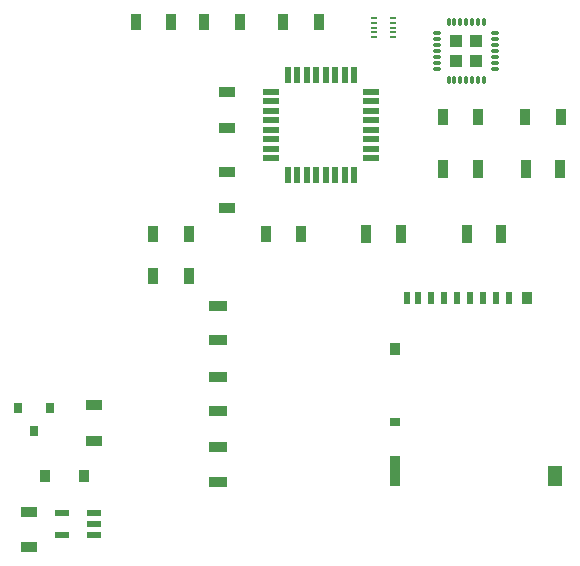
<source format=gtp>
G04 #@! TF.FileFunction,Paste,Top*
%FSLAX46Y46*%
G04 Gerber Fmt 4.6, Leading zero omitted, Abs format (unit mm)*
G04 Created by KiCad (PCBNEW 4.0.7) date Sat Jan 27 20:56:11 2018*
%MOMM*%
%LPD*%
G01*
G04 APERTURE LIST*
%ADD10C,0.100000*%
%ADD11R,0.810000X1.080000*%
%ADD12R,0.630000X0.225000*%
%ADD13O,0.765000X0.270000*%
%ADD14O,0.270000X0.765000*%
%ADD15R,1.005000X1.005000*%
%ADD16R,1.530000X0.810000*%
%ADD17R,0.630000X1.080000*%
%ADD18R,0.900000X1.080000*%
%ADD19R,0.900000X0.720000*%
%ADD20R,0.900000X2.520000*%
%ADD21R,1.170000X1.710000*%
%ADD22R,0.810000X1.530000*%
%ADD23R,1.188720X0.502920*%
%ADD24R,0.900000X1.440000*%
%ADD25R,1.440000X0.900000*%
%ADD26R,0.495000X1.440000*%
%ADD27R,1.440000X0.495000*%
%ADD28R,0.720000X0.810000*%
G04 APERTURE END LIST*
D10*
D11*
X97850000Y-103500000D03*
X101150000Y-103500000D03*
D12*
X127300000Y-66300000D03*
X127300000Y-65900000D03*
X127300000Y-65500000D03*
X127300000Y-65100000D03*
X127300000Y-64700000D03*
X125700000Y-64700000D03*
X125700000Y-65100000D03*
X125700000Y-65500000D03*
X125700000Y-65900000D03*
X125700000Y-66300000D03*
D13*
X131050000Y-66000000D03*
X131050000Y-66500000D03*
X131050000Y-67000000D03*
X131050000Y-67500000D03*
X131050000Y-68000000D03*
X131050000Y-68500000D03*
X131050000Y-69000000D03*
D14*
X132000000Y-69950000D03*
X132500000Y-69950000D03*
X133000000Y-69950000D03*
X133500000Y-69950000D03*
X134000000Y-69950000D03*
X134500000Y-69950000D03*
X135000000Y-69950000D03*
D13*
X135950000Y-69000000D03*
X135950000Y-68500000D03*
X135950000Y-68000000D03*
X135950000Y-67500000D03*
X135950000Y-67000000D03*
X135950000Y-66500000D03*
X135950000Y-66000000D03*
D14*
X135000000Y-65050000D03*
X134500000Y-65050000D03*
X134000000Y-65050000D03*
X133500000Y-65050000D03*
X133000000Y-65050000D03*
X132500000Y-65050000D03*
X132000000Y-65050000D03*
D15*
X134337500Y-68337500D03*
X134337500Y-66662500D03*
X132662500Y-68337500D03*
X132662500Y-66662500D03*
D16*
X112500000Y-97950000D03*
X112500000Y-95050000D03*
X112500000Y-91950000D03*
X112500000Y-89050000D03*
D17*
X137100000Y-88400000D03*
X136000000Y-88400000D03*
X134900000Y-88400000D03*
X133800000Y-88400000D03*
X132700000Y-88400000D03*
X131600000Y-88400000D03*
X130500000Y-88400000D03*
X129400000Y-88400000D03*
X128450000Y-88400000D03*
D18*
X138650000Y-88400000D03*
X127500000Y-92700000D03*
D19*
X127500000Y-98900000D03*
D20*
X127500000Y-103050000D03*
D21*
X141000000Y-103500000D03*
D22*
X127950000Y-83000000D03*
X125050000Y-83000000D03*
D16*
X112500000Y-103950000D03*
X112500000Y-101050000D03*
D22*
X131550000Y-77500000D03*
X134450000Y-77500000D03*
X133550000Y-83000000D03*
X136450000Y-83000000D03*
X141450000Y-77500000D03*
X138550000Y-77500000D03*
D23*
X101999600Y-108499800D03*
X101999600Y-107560000D03*
X101999600Y-106620200D03*
X99256400Y-106620200D03*
X99256400Y-108499800D03*
D24*
X119500000Y-83000000D03*
X116500000Y-83000000D03*
D25*
X96500000Y-106500000D03*
X96500000Y-109500000D03*
X102000000Y-100500000D03*
X102000000Y-97500000D03*
D24*
X110000000Y-83000000D03*
X107000000Y-83000000D03*
X107000000Y-86500000D03*
X110000000Y-86500000D03*
D25*
X113250000Y-77750000D03*
X113250000Y-80750000D03*
D24*
X118000000Y-65000000D03*
X121000000Y-65000000D03*
X131500000Y-73100000D03*
X134500000Y-73100000D03*
X138500000Y-73100000D03*
X141500000Y-73100000D03*
D25*
X113250000Y-74000000D03*
X113250000Y-71000000D03*
D24*
X108500000Y-65000000D03*
X105500000Y-65000000D03*
X114300000Y-65000000D03*
X111300000Y-65000000D03*
D26*
X124000000Y-69500000D03*
X123200000Y-69500000D03*
X122400000Y-69500000D03*
X121600000Y-69500000D03*
X120800000Y-69500000D03*
X120000000Y-69500000D03*
X119200000Y-69500000D03*
X118400000Y-69500000D03*
D27*
X116950000Y-70950000D03*
X116950000Y-71750000D03*
X116950000Y-72550000D03*
X116950000Y-73350000D03*
X116950000Y-74150000D03*
X116950000Y-74950000D03*
X116950000Y-75750000D03*
X116950000Y-76550000D03*
D26*
X118400000Y-78000000D03*
X119200000Y-78000000D03*
X120000000Y-78000000D03*
X120800000Y-78000000D03*
X121600000Y-78000000D03*
X122400000Y-78000000D03*
X123200000Y-78000000D03*
X124000000Y-78000000D03*
D27*
X125450000Y-76550000D03*
X125450000Y-75750000D03*
X125450000Y-74950000D03*
X125450000Y-74150000D03*
X125450000Y-73350000D03*
X125450000Y-72550000D03*
X125450000Y-71750000D03*
X125450000Y-70950000D03*
D28*
X96900000Y-99700000D03*
X98250000Y-97700000D03*
X95550000Y-97700000D03*
M02*

</source>
